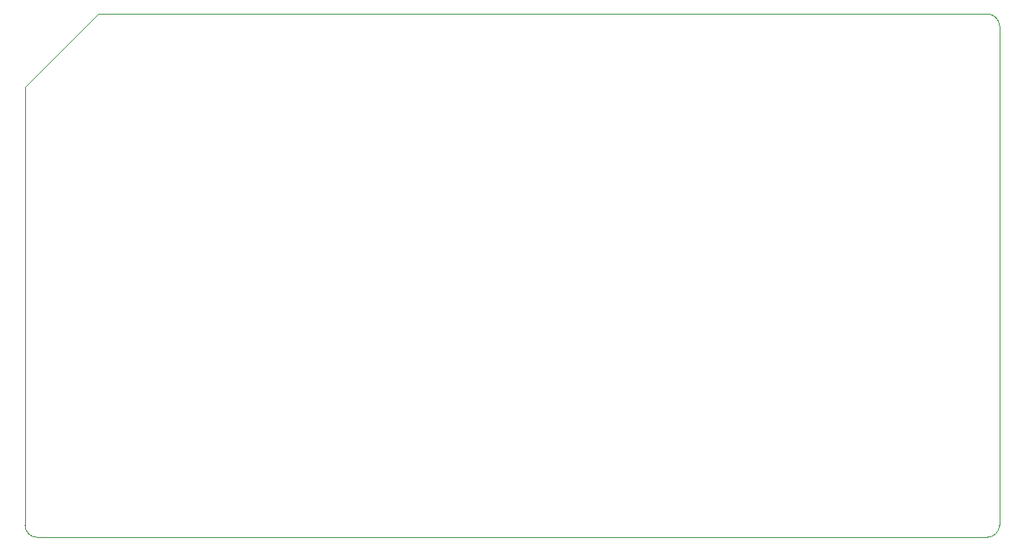
<source format=gbr>
%TF.GenerationSoftware,KiCad,Pcbnew,6.0.2+dfsg-1*%
%TF.CreationDate,2024-03-03T12:29:16-06:00*%
%TF.ProjectId,rc-duino,72632d64-7569-46e6-9f2e-6b696361645f,rev?*%
%TF.SameCoordinates,Original*%
%TF.FileFunction,Profile,NP*%
%FSLAX46Y46*%
G04 Gerber Fmt 4.6, Leading zero omitted, Abs format (unit mm)*
G04 Created by KiCad (PCBNEW 6.0.2+dfsg-1) date 2024-03-03 12:29:16*
%MOMM*%
%LPD*%
G01*
G04 APERTURE LIST*
%TA.AperFunction,Profile*%
%ADD10C,0.120000*%
%TD*%
G04 APERTURE END LIST*
D10*
%TO.C,U1*%
X59996578Y-91478710D02*
X159056578Y-91478710D01*
X58726578Y-87668710D02*
X58726578Y-44488710D01*
X66346578Y-36868710D02*
X58726578Y-44488710D01*
X58726578Y-87668710D02*
X58726578Y-90208710D01*
X159056578Y-36868710D02*
X66346578Y-36868710D01*
X160326578Y-90208710D02*
X160326578Y-38138710D01*
X159056578Y-91478710D02*
G75*
G03*
X160326578Y-90208710I1J1269999D01*
G01*
X58726578Y-90208710D02*
G75*
G03*
X59996578Y-91478710I1269999J-1D01*
G01*
X160326578Y-38138710D02*
G75*
G03*
X159056578Y-36868710I-1269999J1D01*
G01*
%TD*%
M02*

</source>
